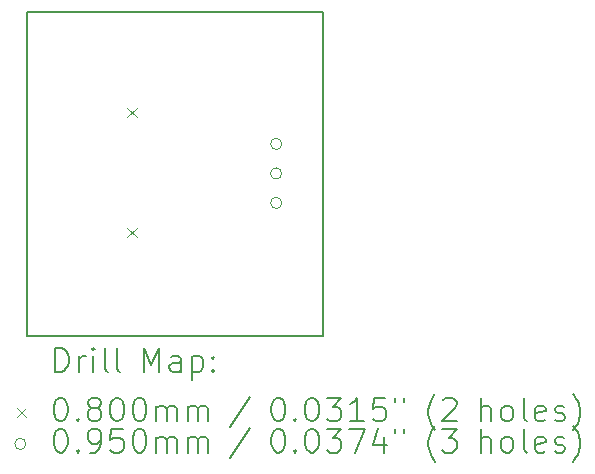
<source format=gbr>
%TF.GenerationSoftware,KiCad,Pcbnew,(7.0.0-0)*%
%TF.CreationDate,2023-11-06T21:22:26+01:00*%
%TF.ProjectId,HygroHiH50xx,48796772-6f48-4694-9835-3078782e6b69,1.1*%
%TF.SameCoordinates,Original*%
%TF.FileFunction,Drillmap*%
%TF.FilePolarity,Positive*%
%FSLAX45Y45*%
G04 Gerber Fmt 4.5, Leading zero omitted, Abs format (unit mm)*
G04 Created by KiCad (PCBNEW (7.0.0-0)) date 2023-11-06 21:22:26*
%MOMM*%
%LPD*%
G01*
G04 APERTURE LIST*
%ADD10C,0.200000*%
%ADD11C,0.080000*%
%ADD12C,0.095000*%
G04 APERTURE END LIST*
D10*
X5371950Y-2069800D02*
X7873850Y-2069800D01*
X7873850Y-2069800D02*
X7873850Y-4813000D01*
X7873850Y-4813000D02*
X5371950Y-4813000D01*
X5371950Y-4813000D02*
X5371950Y-2069800D01*
D11*
X6220950Y-2880700D02*
X6300950Y-2960700D01*
X6300950Y-2880700D02*
X6220950Y-2960700D01*
X6220950Y-3896700D02*
X6300950Y-3976700D01*
X6300950Y-3896700D02*
X6220950Y-3976700D01*
D12*
X7527800Y-3187700D02*
G75*
G03*
X7527800Y-3187700I-47500J0D01*
G01*
X7527800Y-3437700D02*
G75*
G03*
X7527800Y-3437700I-47500J0D01*
G01*
X7527800Y-3687700D02*
G75*
G03*
X7527800Y-3687700I-47500J0D01*
G01*
D10*
X5609569Y-5116476D02*
X5609569Y-4916476D01*
X5609569Y-4916476D02*
X5657188Y-4916476D01*
X5657188Y-4916476D02*
X5685759Y-4926000D01*
X5685759Y-4926000D02*
X5704807Y-4945048D01*
X5704807Y-4945048D02*
X5714331Y-4964095D01*
X5714331Y-4964095D02*
X5723855Y-5002190D01*
X5723855Y-5002190D02*
X5723855Y-5030762D01*
X5723855Y-5030762D02*
X5714331Y-5068857D01*
X5714331Y-5068857D02*
X5704807Y-5087905D01*
X5704807Y-5087905D02*
X5685759Y-5106952D01*
X5685759Y-5106952D02*
X5657188Y-5116476D01*
X5657188Y-5116476D02*
X5609569Y-5116476D01*
X5809569Y-5116476D02*
X5809569Y-4983143D01*
X5809569Y-5021238D02*
X5819093Y-5002190D01*
X5819093Y-5002190D02*
X5828617Y-4992667D01*
X5828617Y-4992667D02*
X5847664Y-4983143D01*
X5847664Y-4983143D02*
X5866712Y-4983143D01*
X5933378Y-5116476D02*
X5933378Y-4983143D01*
X5933378Y-4916476D02*
X5923855Y-4926000D01*
X5923855Y-4926000D02*
X5933378Y-4935524D01*
X5933378Y-4935524D02*
X5942902Y-4926000D01*
X5942902Y-4926000D02*
X5933378Y-4916476D01*
X5933378Y-4916476D02*
X5933378Y-4935524D01*
X6057188Y-5116476D02*
X6038140Y-5106952D01*
X6038140Y-5106952D02*
X6028617Y-5087905D01*
X6028617Y-5087905D02*
X6028617Y-4916476D01*
X6161950Y-5116476D02*
X6142902Y-5106952D01*
X6142902Y-5106952D02*
X6133378Y-5087905D01*
X6133378Y-5087905D02*
X6133378Y-4916476D01*
X6358140Y-5116476D02*
X6358140Y-4916476D01*
X6358140Y-4916476D02*
X6424807Y-5059333D01*
X6424807Y-5059333D02*
X6491474Y-4916476D01*
X6491474Y-4916476D02*
X6491474Y-5116476D01*
X6672426Y-5116476D02*
X6672426Y-5011714D01*
X6672426Y-5011714D02*
X6662902Y-4992667D01*
X6662902Y-4992667D02*
X6643855Y-4983143D01*
X6643855Y-4983143D02*
X6605759Y-4983143D01*
X6605759Y-4983143D02*
X6586712Y-4992667D01*
X6672426Y-5106952D02*
X6653378Y-5116476D01*
X6653378Y-5116476D02*
X6605759Y-5116476D01*
X6605759Y-5116476D02*
X6586712Y-5106952D01*
X6586712Y-5106952D02*
X6577188Y-5087905D01*
X6577188Y-5087905D02*
X6577188Y-5068857D01*
X6577188Y-5068857D02*
X6586712Y-5049810D01*
X6586712Y-5049810D02*
X6605759Y-5040286D01*
X6605759Y-5040286D02*
X6653378Y-5040286D01*
X6653378Y-5040286D02*
X6672426Y-5030762D01*
X6767664Y-4983143D02*
X6767664Y-5183143D01*
X6767664Y-4992667D02*
X6786712Y-4983143D01*
X6786712Y-4983143D02*
X6824807Y-4983143D01*
X6824807Y-4983143D02*
X6843855Y-4992667D01*
X6843855Y-4992667D02*
X6853378Y-5002190D01*
X6853378Y-5002190D02*
X6862902Y-5021238D01*
X6862902Y-5021238D02*
X6862902Y-5078381D01*
X6862902Y-5078381D02*
X6853378Y-5097429D01*
X6853378Y-5097429D02*
X6843855Y-5106952D01*
X6843855Y-5106952D02*
X6824807Y-5116476D01*
X6824807Y-5116476D02*
X6786712Y-5116476D01*
X6786712Y-5116476D02*
X6767664Y-5106952D01*
X6948617Y-5097429D02*
X6958140Y-5106952D01*
X6958140Y-5106952D02*
X6948617Y-5116476D01*
X6948617Y-5116476D02*
X6939093Y-5106952D01*
X6939093Y-5106952D02*
X6948617Y-5097429D01*
X6948617Y-5097429D02*
X6948617Y-5116476D01*
X6948617Y-4992667D02*
X6958140Y-5002190D01*
X6958140Y-5002190D02*
X6948617Y-5011714D01*
X6948617Y-5011714D02*
X6939093Y-5002190D01*
X6939093Y-5002190D02*
X6948617Y-4992667D01*
X6948617Y-4992667D02*
X6948617Y-5011714D01*
D11*
X5281950Y-5423000D02*
X5361950Y-5503000D01*
X5361950Y-5423000D02*
X5281950Y-5503000D01*
D10*
X5647664Y-5336476D02*
X5666712Y-5336476D01*
X5666712Y-5336476D02*
X5685759Y-5346000D01*
X5685759Y-5346000D02*
X5695283Y-5355524D01*
X5695283Y-5355524D02*
X5704807Y-5374571D01*
X5704807Y-5374571D02*
X5714331Y-5412667D01*
X5714331Y-5412667D02*
X5714331Y-5460286D01*
X5714331Y-5460286D02*
X5704807Y-5498381D01*
X5704807Y-5498381D02*
X5695283Y-5517429D01*
X5695283Y-5517429D02*
X5685759Y-5526952D01*
X5685759Y-5526952D02*
X5666712Y-5536476D01*
X5666712Y-5536476D02*
X5647664Y-5536476D01*
X5647664Y-5536476D02*
X5628617Y-5526952D01*
X5628617Y-5526952D02*
X5619093Y-5517429D01*
X5619093Y-5517429D02*
X5609569Y-5498381D01*
X5609569Y-5498381D02*
X5600045Y-5460286D01*
X5600045Y-5460286D02*
X5600045Y-5412667D01*
X5600045Y-5412667D02*
X5609569Y-5374571D01*
X5609569Y-5374571D02*
X5619093Y-5355524D01*
X5619093Y-5355524D02*
X5628617Y-5346000D01*
X5628617Y-5346000D02*
X5647664Y-5336476D01*
X5800045Y-5517429D02*
X5809569Y-5526952D01*
X5809569Y-5526952D02*
X5800045Y-5536476D01*
X5800045Y-5536476D02*
X5790521Y-5526952D01*
X5790521Y-5526952D02*
X5800045Y-5517429D01*
X5800045Y-5517429D02*
X5800045Y-5536476D01*
X5923855Y-5422190D02*
X5904807Y-5412667D01*
X5904807Y-5412667D02*
X5895283Y-5403143D01*
X5895283Y-5403143D02*
X5885759Y-5384095D01*
X5885759Y-5384095D02*
X5885759Y-5374571D01*
X5885759Y-5374571D02*
X5895283Y-5355524D01*
X5895283Y-5355524D02*
X5904807Y-5346000D01*
X5904807Y-5346000D02*
X5923855Y-5336476D01*
X5923855Y-5336476D02*
X5961950Y-5336476D01*
X5961950Y-5336476D02*
X5980998Y-5346000D01*
X5980998Y-5346000D02*
X5990521Y-5355524D01*
X5990521Y-5355524D02*
X6000045Y-5374571D01*
X6000045Y-5374571D02*
X6000045Y-5384095D01*
X6000045Y-5384095D02*
X5990521Y-5403143D01*
X5990521Y-5403143D02*
X5980998Y-5412667D01*
X5980998Y-5412667D02*
X5961950Y-5422190D01*
X5961950Y-5422190D02*
X5923855Y-5422190D01*
X5923855Y-5422190D02*
X5904807Y-5431714D01*
X5904807Y-5431714D02*
X5895283Y-5441238D01*
X5895283Y-5441238D02*
X5885759Y-5460286D01*
X5885759Y-5460286D02*
X5885759Y-5498381D01*
X5885759Y-5498381D02*
X5895283Y-5517429D01*
X5895283Y-5517429D02*
X5904807Y-5526952D01*
X5904807Y-5526952D02*
X5923855Y-5536476D01*
X5923855Y-5536476D02*
X5961950Y-5536476D01*
X5961950Y-5536476D02*
X5980998Y-5526952D01*
X5980998Y-5526952D02*
X5990521Y-5517429D01*
X5990521Y-5517429D02*
X6000045Y-5498381D01*
X6000045Y-5498381D02*
X6000045Y-5460286D01*
X6000045Y-5460286D02*
X5990521Y-5441238D01*
X5990521Y-5441238D02*
X5980998Y-5431714D01*
X5980998Y-5431714D02*
X5961950Y-5422190D01*
X6123855Y-5336476D02*
X6142902Y-5336476D01*
X6142902Y-5336476D02*
X6161950Y-5346000D01*
X6161950Y-5346000D02*
X6171474Y-5355524D01*
X6171474Y-5355524D02*
X6180998Y-5374571D01*
X6180998Y-5374571D02*
X6190521Y-5412667D01*
X6190521Y-5412667D02*
X6190521Y-5460286D01*
X6190521Y-5460286D02*
X6180998Y-5498381D01*
X6180998Y-5498381D02*
X6171474Y-5517429D01*
X6171474Y-5517429D02*
X6161950Y-5526952D01*
X6161950Y-5526952D02*
X6142902Y-5536476D01*
X6142902Y-5536476D02*
X6123855Y-5536476D01*
X6123855Y-5536476D02*
X6104807Y-5526952D01*
X6104807Y-5526952D02*
X6095283Y-5517429D01*
X6095283Y-5517429D02*
X6085759Y-5498381D01*
X6085759Y-5498381D02*
X6076236Y-5460286D01*
X6076236Y-5460286D02*
X6076236Y-5412667D01*
X6076236Y-5412667D02*
X6085759Y-5374571D01*
X6085759Y-5374571D02*
X6095283Y-5355524D01*
X6095283Y-5355524D02*
X6104807Y-5346000D01*
X6104807Y-5346000D02*
X6123855Y-5336476D01*
X6314331Y-5336476D02*
X6333379Y-5336476D01*
X6333379Y-5336476D02*
X6352426Y-5346000D01*
X6352426Y-5346000D02*
X6361950Y-5355524D01*
X6361950Y-5355524D02*
X6371474Y-5374571D01*
X6371474Y-5374571D02*
X6380998Y-5412667D01*
X6380998Y-5412667D02*
X6380998Y-5460286D01*
X6380998Y-5460286D02*
X6371474Y-5498381D01*
X6371474Y-5498381D02*
X6361950Y-5517429D01*
X6361950Y-5517429D02*
X6352426Y-5526952D01*
X6352426Y-5526952D02*
X6333379Y-5536476D01*
X6333379Y-5536476D02*
X6314331Y-5536476D01*
X6314331Y-5536476D02*
X6295283Y-5526952D01*
X6295283Y-5526952D02*
X6285759Y-5517429D01*
X6285759Y-5517429D02*
X6276236Y-5498381D01*
X6276236Y-5498381D02*
X6266712Y-5460286D01*
X6266712Y-5460286D02*
X6266712Y-5412667D01*
X6266712Y-5412667D02*
X6276236Y-5374571D01*
X6276236Y-5374571D02*
X6285759Y-5355524D01*
X6285759Y-5355524D02*
X6295283Y-5346000D01*
X6295283Y-5346000D02*
X6314331Y-5336476D01*
X6466712Y-5536476D02*
X6466712Y-5403143D01*
X6466712Y-5422190D02*
X6476236Y-5412667D01*
X6476236Y-5412667D02*
X6495283Y-5403143D01*
X6495283Y-5403143D02*
X6523855Y-5403143D01*
X6523855Y-5403143D02*
X6542902Y-5412667D01*
X6542902Y-5412667D02*
X6552426Y-5431714D01*
X6552426Y-5431714D02*
X6552426Y-5536476D01*
X6552426Y-5431714D02*
X6561950Y-5412667D01*
X6561950Y-5412667D02*
X6580998Y-5403143D01*
X6580998Y-5403143D02*
X6609569Y-5403143D01*
X6609569Y-5403143D02*
X6628617Y-5412667D01*
X6628617Y-5412667D02*
X6638140Y-5431714D01*
X6638140Y-5431714D02*
X6638140Y-5536476D01*
X6733379Y-5536476D02*
X6733379Y-5403143D01*
X6733379Y-5422190D02*
X6742902Y-5412667D01*
X6742902Y-5412667D02*
X6761950Y-5403143D01*
X6761950Y-5403143D02*
X6790521Y-5403143D01*
X6790521Y-5403143D02*
X6809569Y-5412667D01*
X6809569Y-5412667D02*
X6819093Y-5431714D01*
X6819093Y-5431714D02*
X6819093Y-5536476D01*
X6819093Y-5431714D02*
X6828617Y-5412667D01*
X6828617Y-5412667D02*
X6847664Y-5403143D01*
X6847664Y-5403143D02*
X6876236Y-5403143D01*
X6876236Y-5403143D02*
X6895283Y-5412667D01*
X6895283Y-5412667D02*
X6904807Y-5431714D01*
X6904807Y-5431714D02*
X6904807Y-5536476D01*
X7262902Y-5326952D02*
X7091474Y-5584095D01*
X7487664Y-5336476D02*
X7506712Y-5336476D01*
X7506712Y-5336476D02*
X7525760Y-5346000D01*
X7525760Y-5346000D02*
X7535283Y-5355524D01*
X7535283Y-5355524D02*
X7544807Y-5374571D01*
X7544807Y-5374571D02*
X7554331Y-5412667D01*
X7554331Y-5412667D02*
X7554331Y-5460286D01*
X7554331Y-5460286D02*
X7544807Y-5498381D01*
X7544807Y-5498381D02*
X7535283Y-5517429D01*
X7535283Y-5517429D02*
X7525760Y-5526952D01*
X7525760Y-5526952D02*
X7506712Y-5536476D01*
X7506712Y-5536476D02*
X7487664Y-5536476D01*
X7487664Y-5536476D02*
X7468617Y-5526952D01*
X7468617Y-5526952D02*
X7459093Y-5517429D01*
X7459093Y-5517429D02*
X7449569Y-5498381D01*
X7449569Y-5498381D02*
X7440045Y-5460286D01*
X7440045Y-5460286D02*
X7440045Y-5412667D01*
X7440045Y-5412667D02*
X7449569Y-5374571D01*
X7449569Y-5374571D02*
X7459093Y-5355524D01*
X7459093Y-5355524D02*
X7468617Y-5346000D01*
X7468617Y-5346000D02*
X7487664Y-5336476D01*
X7640045Y-5517429D02*
X7649569Y-5526952D01*
X7649569Y-5526952D02*
X7640045Y-5536476D01*
X7640045Y-5536476D02*
X7630521Y-5526952D01*
X7630521Y-5526952D02*
X7640045Y-5517429D01*
X7640045Y-5517429D02*
X7640045Y-5536476D01*
X7773379Y-5336476D02*
X7792426Y-5336476D01*
X7792426Y-5336476D02*
X7811474Y-5346000D01*
X7811474Y-5346000D02*
X7820998Y-5355524D01*
X7820998Y-5355524D02*
X7830521Y-5374571D01*
X7830521Y-5374571D02*
X7840045Y-5412667D01*
X7840045Y-5412667D02*
X7840045Y-5460286D01*
X7840045Y-5460286D02*
X7830521Y-5498381D01*
X7830521Y-5498381D02*
X7820998Y-5517429D01*
X7820998Y-5517429D02*
X7811474Y-5526952D01*
X7811474Y-5526952D02*
X7792426Y-5536476D01*
X7792426Y-5536476D02*
X7773379Y-5536476D01*
X7773379Y-5536476D02*
X7754331Y-5526952D01*
X7754331Y-5526952D02*
X7744807Y-5517429D01*
X7744807Y-5517429D02*
X7735283Y-5498381D01*
X7735283Y-5498381D02*
X7725760Y-5460286D01*
X7725760Y-5460286D02*
X7725760Y-5412667D01*
X7725760Y-5412667D02*
X7735283Y-5374571D01*
X7735283Y-5374571D02*
X7744807Y-5355524D01*
X7744807Y-5355524D02*
X7754331Y-5346000D01*
X7754331Y-5346000D02*
X7773379Y-5336476D01*
X7906712Y-5336476D02*
X8030521Y-5336476D01*
X8030521Y-5336476D02*
X7963855Y-5412667D01*
X7963855Y-5412667D02*
X7992426Y-5412667D01*
X7992426Y-5412667D02*
X8011474Y-5422190D01*
X8011474Y-5422190D02*
X8020998Y-5431714D01*
X8020998Y-5431714D02*
X8030521Y-5450762D01*
X8030521Y-5450762D02*
X8030521Y-5498381D01*
X8030521Y-5498381D02*
X8020998Y-5517429D01*
X8020998Y-5517429D02*
X8011474Y-5526952D01*
X8011474Y-5526952D02*
X7992426Y-5536476D01*
X7992426Y-5536476D02*
X7935283Y-5536476D01*
X7935283Y-5536476D02*
X7916236Y-5526952D01*
X7916236Y-5526952D02*
X7906712Y-5517429D01*
X8220998Y-5536476D02*
X8106712Y-5536476D01*
X8163855Y-5536476D02*
X8163855Y-5336476D01*
X8163855Y-5336476D02*
X8144807Y-5365048D01*
X8144807Y-5365048D02*
X8125760Y-5384095D01*
X8125760Y-5384095D02*
X8106712Y-5393619D01*
X8401950Y-5336476D02*
X8306712Y-5336476D01*
X8306712Y-5336476D02*
X8297188Y-5431714D01*
X8297188Y-5431714D02*
X8306712Y-5422190D01*
X8306712Y-5422190D02*
X8325760Y-5412667D01*
X8325760Y-5412667D02*
X8373379Y-5412667D01*
X8373379Y-5412667D02*
X8392426Y-5422190D01*
X8392426Y-5422190D02*
X8401950Y-5431714D01*
X8401950Y-5431714D02*
X8411474Y-5450762D01*
X8411474Y-5450762D02*
X8411474Y-5498381D01*
X8411474Y-5498381D02*
X8401950Y-5517429D01*
X8401950Y-5517429D02*
X8392426Y-5526952D01*
X8392426Y-5526952D02*
X8373379Y-5536476D01*
X8373379Y-5536476D02*
X8325760Y-5536476D01*
X8325760Y-5536476D02*
X8306712Y-5526952D01*
X8306712Y-5526952D02*
X8297188Y-5517429D01*
X8487664Y-5336476D02*
X8487664Y-5374571D01*
X8563855Y-5336476D02*
X8563855Y-5374571D01*
X8826712Y-5612667D02*
X8817188Y-5603143D01*
X8817188Y-5603143D02*
X8798141Y-5574571D01*
X8798141Y-5574571D02*
X8788617Y-5555524D01*
X8788617Y-5555524D02*
X8779093Y-5526952D01*
X8779093Y-5526952D02*
X8769569Y-5479333D01*
X8769569Y-5479333D02*
X8769569Y-5441238D01*
X8769569Y-5441238D02*
X8779093Y-5393619D01*
X8779093Y-5393619D02*
X8788617Y-5365048D01*
X8788617Y-5365048D02*
X8798141Y-5346000D01*
X8798141Y-5346000D02*
X8817188Y-5317429D01*
X8817188Y-5317429D02*
X8826712Y-5307905D01*
X8893379Y-5355524D02*
X8902903Y-5346000D01*
X8902903Y-5346000D02*
X8921950Y-5336476D01*
X8921950Y-5336476D02*
X8969569Y-5336476D01*
X8969569Y-5336476D02*
X8988617Y-5346000D01*
X8988617Y-5346000D02*
X8998141Y-5355524D01*
X8998141Y-5355524D02*
X9007664Y-5374571D01*
X9007664Y-5374571D02*
X9007664Y-5393619D01*
X9007664Y-5393619D02*
X8998141Y-5422190D01*
X8998141Y-5422190D02*
X8883855Y-5536476D01*
X8883855Y-5536476D02*
X9007664Y-5536476D01*
X9213379Y-5536476D02*
X9213379Y-5336476D01*
X9299093Y-5536476D02*
X9299093Y-5431714D01*
X9299093Y-5431714D02*
X9289569Y-5412667D01*
X9289569Y-5412667D02*
X9270522Y-5403143D01*
X9270522Y-5403143D02*
X9241950Y-5403143D01*
X9241950Y-5403143D02*
X9222903Y-5412667D01*
X9222903Y-5412667D02*
X9213379Y-5422190D01*
X9422903Y-5536476D02*
X9403855Y-5526952D01*
X9403855Y-5526952D02*
X9394331Y-5517429D01*
X9394331Y-5517429D02*
X9384807Y-5498381D01*
X9384807Y-5498381D02*
X9384807Y-5441238D01*
X9384807Y-5441238D02*
X9394331Y-5422190D01*
X9394331Y-5422190D02*
X9403855Y-5412667D01*
X9403855Y-5412667D02*
X9422903Y-5403143D01*
X9422903Y-5403143D02*
X9451474Y-5403143D01*
X9451474Y-5403143D02*
X9470522Y-5412667D01*
X9470522Y-5412667D02*
X9480045Y-5422190D01*
X9480045Y-5422190D02*
X9489569Y-5441238D01*
X9489569Y-5441238D02*
X9489569Y-5498381D01*
X9489569Y-5498381D02*
X9480045Y-5517429D01*
X9480045Y-5517429D02*
X9470522Y-5526952D01*
X9470522Y-5526952D02*
X9451474Y-5536476D01*
X9451474Y-5536476D02*
X9422903Y-5536476D01*
X9603855Y-5536476D02*
X9584807Y-5526952D01*
X9584807Y-5526952D02*
X9575284Y-5507905D01*
X9575284Y-5507905D02*
X9575284Y-5336476D01*
X9756236Y-5526952D02*
X9737188Y-5536476D01*
X9737188Y-5536476D02*
X9699093Y-5536476D01*
X9699093Y-5536476D02*
X9680045Y-5526952D01*
X9680045Y-5526952D02*
X9670522Y-5507905D01*
X9670522Y-5507905D02*
X9670522Y-5431714D01*
X9670522Y-5431714D02*
X9680045Y-5412667D01*
X9680045Y-5412667D02*
X9699093Y-5403143D01*
X9699093Y-5403143D02*
X9737188Y-5403143D01*
X9737188Y-5403143D02*
X9756236Y-5412667D01*
X9756236Y-5412667D02*
X9765760Y-5431714D01*
X9765760Y-5431714D02*
X9765760Y-5450762D01*
X9765760Y-5450762D02*
X9670522Y-5469810D01*
X9841950Y-5526952D02*
X9860998Y-5536476D01*
X9860998Y-5536476D02*
X9899093Y-5536476D01*
X9899093Y-5536476D02*
X9918141Y-5526952D01*
X9918141Y-5526952D02*
X9927665Y-5507905D01*
X9927665Y-5507905D02*
X9927665Y-5498381D01*
X9927665Y-5498381D02*
X9918141Y-5479333D01*
X9918141Y-5479333D02*
X9899093Y-5469810D01*
X9899093Y-5469810D02*
X9870522Y-5469810D01*
X9870522Y-5469810D02*
X9851474Y-5460286D01*
X9851474Y-5460286D02*
X9841950Y-5441238D01*
X9841950Y-5441238D02*
X9841950Y-5431714D01*
X9841950Y-5431714D02*
X9851474Y-5412667D01*
X9851474Y-5412667D02*
X9870522Y-5403143D01*
X9870522Y-5403143D02*
X9899093Y-5403143D01*
X9899093Y-5403143D02*
X9918141Y-5412667D01*
X9994331Y-5612667D02*
X10003855Y-5603143D01*
X10003855Y-5603143D02*
X10022903Y-5574571D01*
X10022903Y-5574571D02*
X10032426Y-5555524D01*
X10032426Y-5555524D02*
X10041950Y-5526952D01*
X10041950Y-5526952D02*
X10051474Y-5479333D01*
X10051474Y-5479333D02*
X10051474Y-5441238D01*
X10051474Y-5441238D02*
X10041950Y-5393619D01*
X10041950Y-5393619D02*
X10032426Y-5365048D01*
X10032426Y-5365048D02*
X10022903Y-5346000D01*
X10022903Y-5346000D02*
X10003855Y-5317429D01*
X10003855Y-5317429D02*
X9994331Y-5307905D01*
D12*
X5361950Y-5727000D02*
G75*
G03*
X5361950Y-5727000I-47500J0D01*
G01*
D10*
X5647664Y-5600476D02*
X5666712Y-5600476D01*
X5666712Y-5600476D02*
X5685759Y-5610000D01*
X5685759Y-5610000D02*
X5695283Y-5619524D01*
X5695283Y-5619524D02*
X5704807Y-5638571D01*
X5704807Y-5638571D02*
X5714331Y-5676667D01*
X5714331Y-5676667D02*
X5714331Y-5724286D01*
X5714331Y-5724286D02*
X5704807Y-5762381D01*
X5704807Y-5762381D02*
X5695283Y-5781428D01*
X5695283Y-5781428D02*
X5685759Y-5790952D01*
X5685759Y-5790952D02*
X5666712Y-5800476D01*
X5666712Y-5800476D02*
X5647664Y-5800476D01*
X5647664Y-5800476D02*
X5628617Y-5790952D01*
X5628617Y-5790952D02*
X5619093Y-5781428D01*
X5619093Y-5781428D02*
X5609569Y-5762381D01*
X5609569Y-5762381D02*
X5600045Y-5724286D01*
X5600045Y-5724286D02*
X5600045Y-5676667D01*
X5600045Y-5676667D02*
X5609569Y-5638571D01*
X5609569Y-5638571D02*
X5619093Y-5619524D01*
X5619093Y-5619524D02*
X5628617Y-5610000D01*
X5628617Y-5610000D02*
X5647664Y-5600476D01*
X5800045Y-5781428D02*
X5809569Y-5790952D01*
X5809569Y-5790952D02*
X5800045Y-5800476D01*
X5800045Y-5800476D02*
X5790521Y-5790952D01*
X5790521Y-5790952D02*
X5800045Y-5781428D01*
X5800045Y-5781428D02*
X5800045Y-5800476D01*
X5904807Y-5800476D02*
X5942902Y-5800476D01*
X5942902Y-5800476D02*
X5961950Y-5790952D01*
X5961950Y-5790952D02*
X5971474Y-5781428D01*
X5971474Y-5781428D02*
X5990521Y-5752857D01*
X5990521Y-5752857D02*
X6000045Y-5714762D01*
X6000045Y-5714762D02*
X6000045Y-5638571D01*
X6000045Y-5638571D02*
X5990521Y-5619524D01*
X5990521Y-5619524D02*
X5980998Y-5610000D01*
X5980998Y-5610000D02*
X5961950Y-5600476D01*
X5961950Y-5600476D02*
X5923855Y-5600476D01*
X5923855Y-5600476D02*
X5904807Y-5610000D01*
X5904807Y-5610000D02*
X5895283Y-5619524D01*
X5895283Y-5619524D02*
X5885759Y-5638571D01*
X5885759Y-5638571D02*
X5885759Y-5686190D01*
X5885759Y-5686190D02*
X5895283Y-5705238D01*
X5895283Y-5705238D02*
X5904807Y-5714762D01*
X5904807Y-5714762D02*
X5923855Y-5724286D01*
X5923855Y-5724286D02*
X5961950Y-5724286D01*
X5961950Y-5724286D02*
X5980998Y-5714762D01*
X5980998Y-5714762D02*
X5990521Y-5705238D01*
X5990521Y-5705238D02*
X6000045Y-5686190D01*
X6180998Y-5600476D02*
X6085759Y-5600476D01*
X6085759Y-5600476D02*
X6076236Y-5695714D01*
X6076236Y-5695714D02*
X6085759Y-5686190D01*
X6085759Y-5686190D02*
X6104807Y-5676667D01*
X6104807Y-5676667D02*
X6152426Y-5676667D01*
X6152426Y-5676667D02*
X6171474Y-5686190D01*
X6171474Y-5686190D02*
X6180998Y-5695714D01*
X6180998Y-5695714D02*
X6190521Y-5714762D01*
X6190521Y-5714762D02*
X6190521Y-5762381D01*
X6190521Y-5762381D02*
X6180998Y-5781428D01*
X6180998Y-5781428D02*
X6171474Y-5790952D01*
X6171474Y-5790952D02*
X6152426Y-5800476D01*
X6152426Y-5800476D02*
X6104807Y-5800476D01*
X6104807Y-5800476D02*
X6085759Y-5790952D01*
X6085759Y-5790952D02*
X6076236Y-5781428D01*
X6314331Y-5600476D02*
X6333379Y-5600476D01*
X6333379Y-5600476D02*
X6352426Y-5610000D01*
X6352426Y-5610000D02*
X6361950Y-5619524D01*
X6361950Y-5619524D02*
X6371474Y-5638571D01*
X6371474Y-5638571D02*
X6380998Y-5676667D01*
X6380998Y-5676667D02*
X6380998Y-5724286D01*
X6380998Y-5724286D02*
X6371474Y-5762381D01*
X6371474Y-5762381D02*
X6361950Y-5781428D01*
X6361950Y-5781428D02*
X6352426Y-5790952D01*
X6352426Y-5790952D02*
X6333379Y-5800476D01*
X6333379Y-5800476D02*
X6314331Y-5800476D01*
X6314331Y-5800476D02*
X6295283Y-5790952D01*
X6295283Y-5790952D02*
X6285759Y-5781428D01*
X6285759Y-5781428D02*
X6276236Y-5762381D01*
X6276236Y-5762381D02*
X6266712Y-5724286D01*
X6266712Y-5724286D02*
X6266712Y-5676667D01*
X6266712Y-5676667D02*
X6276236Y-5638571D01*
X6276236Y-5638571D02*
X6285759Y-5619524D01*
X6285759Y-5619524D02*
X6295283Y-5610000D01*
X6295283Y-5610000D02*
X6314331Y-5600476D01*
X6466712Y-5800476D02*
X6466712Y-5667143D01*
X6466712Y-5686190D02*
X6476236Y-5676667D01*
X6476236Y-5676667D02*
X6495283Y-5667143D01*
X6495283Y-5667143D02*
X6523855Y-5667143D01*
X6523855Y-5667143D02*
X6542902Y-5676667D01*
X6542902Y-5676667D02*
X6552426Y-5695714D01*
X6552426Y-5695714D02*
X6552426Y-5800476D01*
X6552426Y-5695714D02*
X6561950Y-5676667D01*
X6561950Y-5676667D02*
X6580998Y-5667143D01*
X6580998Y-5667143D02*
X6609569Y-5667143D01*
X6609569Y-5667143D02*
X6628617Y-5676667D01*
X6628617Y-5676667D02*
X6638140Y-5695714D01*
X6638140Y-5695714D02*
X6638140Y-5800476D01*
X6733379Y-5800476D02*
X6733379Y-5667143D01*
X6733379Y-5686190D02*
X6742902Y-5676667D01*
X6742902Y-5676667D02*
X6761950Y-5667143D01*
X6761950Y-5667143D02*
X6790521Y-5667143D01*
X6790521Y-5667143D02*
X6809569Y-5676667D01*
X6809569Y-5676667D02*
X6819093Y-5695714D01*
X6819093Y-5695714D02*
X6819093Y-5800476D01*
X6819093Y-5695714D02*
X6828617Y-5676667D01*
X6828617Y-5676667D02*
X6847664Y-5667143D01*
X6847664Y-5667143D02*
X6876236Y-5667143D01*
X6876236Y-5667143D02*
X6895283Y-5676667D01*
X6895283Y-5676667D02*
X6904807Y-5695714D01*
X6904807Y-5695714D02*
X6904807Y-5800476D01*
X7262902Y-5590952D02*
X7091474Y-5848095D01*
X7487664Y-5600476D02*
X7506712Y-5600476D01*
X7506712Y-5600476D02*
X7525760Y-5610000D01*
X7525760Y-5610000D02*
X7535283Y-5619524D01*
X7535283Y-5619524D02*
X7544807Y-5638571D01*
X7544807Y-5638571D02*
X7554331Y-5676667D01*
X7554331Y-5676667D02*
X7554331Y-5724286D01*
X7554331Y-5724286D02*
X7544807Y-5762381D01*
X7544807Y-5762381D02*
X7535283Y-5781428D01*
X7535283Y-5781428D02*
X7525760Y-5790952D01*
X7525760Y-5790952D02*
X7506712Y-5800476D01*
X7506712Y-5800476D02*
X7487664Y-5800476D01*
X7487664Y-5800476D02*
X7468617Y-5790952D01*
X7468617Y-5790952D02*
X7459093Y-5781428D01*
X7459093Y-5781428D02*
X7449569Y-5762381D01*
X7449569Y-5762381D02*
X7440045Y-5724286D01*
X7440045Y-5724286D02*
X7440045Y-5676667D01*
X7440045Y-5676667D02*
X7449569Y-5638571D01*
X7449569Y-5638571D02*
X7459093Y-5619524D01*
X7459093Y-5619524D02*
X7468617Y-5610000D01*
X7468617Y-5610000D02*
X7487664Y-5600476D01*
X7640045Y-5781428D02*
X7649569Y-5790952D01*
X7649569Y-5790952D02*
X7640045Y-5800476D01*
X7640045Y-5800476D02*
X7630521Y-5790952D01*
X7630521Y-5790952D02*
X7640045Y-5781428D01*
X7640045Y-5781428D02*
X7640045Y-5800476D01*
X7773379Y-5600476D02*
X7792426Y-5600476D01*
X7792426Y-5600476D02*
X7811474Y-5610000D01*
X7811474Y-5610000D02*
X7820998Y-5619524D01*
X7820998Y-5619524D02*
X7830521Y-5638571D01*
X7830521Y-5638571D02*
X7840045Y-5676667D01*
X7840045Y-5676667D02*
X7840045Y-5724286D01*
X7840045Y-5724286D02*
X7830521Y-5762381D01*
X7830521Y-5762381D02*
X7820998Y-5781428D01*
X7820998Y-5781428D02*
X7811474Y-5790952D01*
X7811474Y-5790952D02*
X7792426Y-5800476D01*
X7792426Y-5800476D02*
X7773379Y-5800476D01*
X7773379Y-5800476D02*
X7754331Y-5790952D01*
X7754331Y-5790952D02*
X7744807Y-5781428D01*
X7744807Y-5781428D02*
X7735283Y-5762381D01*
X7735283Y-5762381D02*
X7725760Y-5724286D01*
X7725760Y-5724286D02*
X7725760Y-5676667D01*
X7725760Y-5676667D02*
X7735283Y-5638571D01*
X7735283Y-5638571D02*
X7744807Y-5619524D01*
X7744807Y-5619524D02*
X7754331Y-5610000D01*
X7754331Y-5610000D02*
X7773379Y-5600476D01*
X7906712Y-5600476D02*
X8030521Y-5600476D01*
X8030521Y-5600476D02*
X7963855Y-5676667D01*
X7963855Y-5676667D02*
X7992426Y-5676667D01*
X7992426Y-5676667D02*
X8011474Y-5686190D01*
X8011474Y-5686190D02*
X8020998Y-5695714D01*
X8020998Y-5695714D02*
X8030521Y-5714762D01*
X8030521Y-5714762D02*
X8030521Y-5762381D01*
X8030521Y-5762381D02*
X8020998Y-5781428D01*
X8020998Y-5781428D02*
X8011474Y-5790952D01*
X8011474Y-5790952D02*
X7992426Y-5800476D01*
X7992426Y-5800476D02*
X7935283Y-5800476D01*
X7935283Y-5800476D02*
X7916236Y-5790952D01*
X7916236Y-5790952D02*
X7906712Y-5781428D01*
X8097188Y-5600476D02*
X8230521Y-5600476D01*
X8230521Y-5600476D02*
X8144807Y-5800476D01*
X8392426Y-5667143D02*
X8392426Y-5800476D01*
X8344807Y-5590952D02*
X8297188Y-5733809D01*
X8297188Y-5733809D02*
X8420998Y-5733809D01*
X8487664Y-5600476D02*
X8487664Y-5638571D01*
X8563855Y-5600476D02*
X8563855Y-5638571D01*
X8826712Y-5876667D02*
X8817188Y-5867143D01*
X8817188Y-5867143D02*
X8798141Y-5838571D01*
X8798141Y-5838571D02*
X8788617Y-5819524D01*
X8788617Y-5819524D02*
X8779093Y-5790952D01*
X8779093Y-5790952D02*
X8769569Y-5743333D01*
X8769569Y-5743333D02*
X8769569Y-5705238D01*
X8769569Y-5705238D02*
X8779093Y-5657619D01*
X8779093Y-5657619D02*
X8788617Y-5629048D01*
X8788617Y-5629048D02*
X8798141Y-5610000D01*
X8798141Y-5610000D02*
X8817188Y-5581429D01*
X8817188Y-5581429D02*
X8826712Y-5571905D01*
X8883855Y-5600476D02*
X9007664Y-5600476D01*
X9007664Y-5600476D02*
X8940998Y-5676667D01*
X8940998Y-5676667D02*
X8969569Y-5676667D01*
X8969569Y-5676667D02*
X8988617Y-5686190D01*
X8988617Y-5686190D02*
X8998141Y-5695714D01*
X8998141Y-5695714D02*
X9007664Y-5714762D01*
X9007664Y-5714762D02*
X9007664Y-5762381D01*
X9007664Y-5762381D02*
X8998141Y-5781428D01*
X8998141Y-5781428D02*
X8988617Y-5790952D01*
X8988617Y-5790952D02*
X8969569Y-5800476D01*
X8969569Y-5800476D02*
X8912426Y-5800476D01*
X8912426Y-5800476D02*
X8893379Y-5790952D01*
X8893379Y-5790952D02*
X8883855Y-5781428D01*
X9213379Y-5800476D02*
X9213379Y-5600476D01*
X9299093Y-5800476D02*
X9299093Y-5695714D01*
X9299093Y-5695714D02*
X9289569Y-5676667D01*
X9289569Y-5676667D02*
X9270522Y-5667143D01*
X9270522Y-5667143D02*
X9241950Y-5667143D01*
X9241950Y-5667143D02*
X9222903Y-5676667D01*
X9222903Y-5676667D02*
X9213379Y-5686190D01*
X9422903Y-5800476D02*
X9403855Y-5790952D01*
X9403855Y-5790952D02*
X9394331Y-5781428D01*
X9394331Y-5781428D02*
X9384807Y-5762381D01*
X9384807Y-5762381D02*
X9384807Y-5705238D01*
X9384807Y-5705238D02*
X9394331Y-5686190D01*
X9394331Y-5686190D02*
X9403855Y-5676667D01*
X9403855Y-5676667D02*
X9422903Y-5667143D01*
X9422903Y-5667143D02*
X9451474Y-5667143D01*
X9451474Y-5667143D02*
X9470522Y-5676667D01*
X9470522Y-5676667D02*
X9480045Y-5686190D01*
X9480045Y-5686190D02*
X9489569Y-5705238D01*
X9489569Y-5705238D02*
X9489569Y-5762381D01*
X9489569Y-5762381D02*
X9480045Y-5781428D01*
X9480045Y-5781428D02*
X9470522Y-5790952D01*
X9470522Y-5790952D02*
X9451474Y-5800476D01*
X9451474Y-5800476D02*
X9422903Y-5800476D01*
X9603855Y-5800476D02*
X9584807Y-5790952D01*
X9584807Y-5790952D02*
X9575284Y-5771905D01*
X9575284Y-5771905D02*
X9575284Y-5600476D01*
X9756236Y-5790952D02*
X9737188Y-5800476D01*
X9737188Y-5800476D02*
X9699093Y-5800476D01*
X9699093Y-5800476D02*
X9680045Y-5790952D01*
X9680045Y-5790952D02*
X9670522Y-5771905D01*
X9670522Y-5771905D02*
X9670522Y-5695714D01*
X9670522Y-5695714D02*
X9680045Y-5676667D01*
X9680045Y-5676667D02*
X9699093Y-5667143D01*
X9699093Y-5667143D02*
X9737188Y-5667143D01*
X9737188Y-5667143D02*
X9756236Y-5676667D01*
X9756236Y-5676667D02*
X9765760Y-5695714D01*
X9765760Y-5695714D02*
X9765760Y-5714762D01*
X9765760Y-5714762D02*
X9670522Y-5733809D01*
X9841950Y-5790952D02*
X9860998Y-5800476D01*
X9860998Y-5800476D02*
X9899093Y-5800476D01*
X9899093Y-5800476D02*
X9918141Y-5790952D01*
X9918141Y-5790952D02*
X9927665Y-5771905D01*
X9927665Y-5771905D02*
X9927665Y-5762381D01*
X9927665Y-5762381D02*
X9918141Y-5743333D01*
X9918141Y-5743333D02*
X9899093Y-5733809D01*
X9899093Y-5733809D02*
X9870522Y-5733809D01*
X9870522Y-5733809D02*
X9851474Y-5724286D01*
X9851474Y-5724286D02*
X9841950Y-5705238D01*
X9841950Y-5705238D02*
X9841950Y-5695714D01*
X9841950Y-5695714D02*
X9851474Y-5676667D01*
X9851474Y-5676667D02*
X9870522Y-5667143D01*
X9870522Y-5667143D02*
X9899093Y-5667143D01*
X9899093Y-5667143D02*
X9918141Y-5676667D01*
X9994331Y-5876667D02*
X10003855Y-5867143D01*
X10003855Y-5867143D02*
X10022903Y-5838571D01*
X10022903Y-5838571D02*
X10032426Y-5819524D01*
X10032426Y-5819524D02*
X10041950Y-5790952D01*
X10041950Y-5790952D02*
X10051474Y-5743333D01*
X10051474Y-5743333D02*
X10051474Y-5705238D01*
X10051474Y-5705238D02*
X10041950Y-5657619D01*
X10041950Y-5657619D02*
X10032426Y-5629048D01*
X10032426Y-5629048D02*
X10022903Y-5610000D01*
X10022903Y-5610000D02*
X10003855Y-5581429D01*
X10003855Y-5581429D02*
X9994331Y-5571905D01*
M02*

</source>
